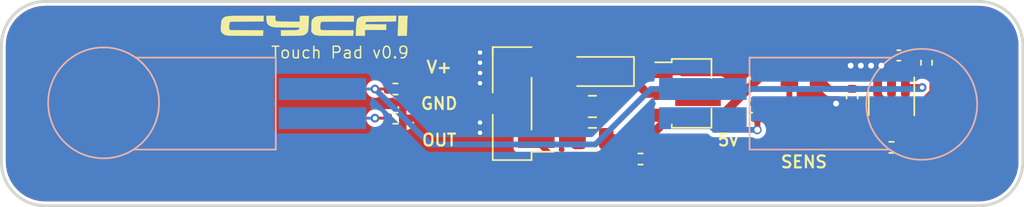
<source format=kicad_pcb>
(kicad_pcb (version 20211014) (generator pcbnew)
  (layers (0 "F.Cu" signal) (31 "B.Cu" signal) (34 "B.Paste" user) (35 "F.Paste" user) (36 "B.SilkS" user "B.Silkscreen") (37 "F.SilkS" user "F.Silkscreen") (38 "B.Mask" user) (39 "F.Mask" user) (44 "Edge.Cuts" user))
  (net 0 "")
  (net 1 "Net-(C1-Pad1)")
  (net 2 "GND")
  (net 3 "5v")
  (net 4 "V+")
  (net 5 "OUT")
  (net 6 "Net-(C3-Pad1)")
  (net 7 "Net-(R1-Pad1)")
  (net 8 "Net-(R2-Pad2)")
  (net 9 "Net-(R7-Pad1)")
  (net 10 "Net-(R9-Pad1)")
  (footprint "Resistor_SMD:R_0402_1005Metric" (layer "F.Cu") (at 187.4 99.2 -90)
    (fp_text reference "R5" hide)
    (fp_text value "100K")
    (fp_line (start -0.153641 0.38) (end 0.153641 0.38) (layer "F.SilkS") (width 0.12))
    (fp_line (start -0.153641 -0.38) (end 0.153641 -0.38) (layer "F.SilkS") (width 0.12))
    (pad "1" smd roundrect (at -0.51 0 270) (size 0.54 0.64) (layers "F.Cu" "F.Paste" "F.Mask") (net 6 "Net-(C3-Pad1)"))
    (pad "2" smd roundrect (at 0.51 0 270) (size 0.54 0.64) (layers "F.Cu" "F.Paste" "F.Mask") (net 3 "5v"))
  )
  (footprint "Resistor_SMD:R_0402_1005Metric" (layer "F.Cu") (at 151 101 180)
    (fp_text reference "R6" hide)
    (fp_text value "100K")
    (fp_line (start -0.153641 0.38) (end 0.153641 0.38) (layer "F.SilkS") (width 0.12))
    (fp_line (start -0.153641 -0.38) (end 0.153641 -0.38) (layer "F.SilkS") (width 0.12))
    (pad "1" smd roundrect (at -0.51 0 180) (size 0.54 0.64) (layers "F.Cu" "F.Paste" "F.Mask") (net 2 "GND"))
    (pad "2" smd roundrect (at 0.51 0 180) (size 0.54 0.64) (layers "F.Cu" "F.Paste" "F.Mask") (net 6 "Net-(C3-Pad1)"))
  )
  (footprint "cycfi_library:cycfi-logo-12mm" (layer "F.Cu") (at 145.4 96.7)
    (fp_text reference "G***" hide)
    (fp_text value "LOGO" hide)
    (fp_poly (pts (xy 2.458289 -0.717293) (xy 2.579643 -0.716703) (xy 2.669247 -0.715753) (xy 2.723241 -0.714444) (xy 2.738007 -0.713246) (xy 2.750615 -0.688425) (xy 2.756507 -0.625109) (xy 2.755822 -0.521694) (xy 2.755456 -0.510748) (xy 2.748662 -0.3175) (xy 1.642195 -0.3175) (xy 1.396808 -0.317428) (xy 1.190284 -0.317135) (xy 1.019152 -0.316507) (xy 0.879941 -0.315427) (xy 0.76918 -0.31378) (xy 0.6834 -0.311452) (xy 0.619129 -0.308326) (xy 0.572897 -0.304288) (xy 0.541233 -0.299223) (xy 0.520666 -0.293014) (xy 0.507727 -0.285548) (xy 0.501437 -0.279609) (xy 0.480977 -0.238706) (xy 0.465454 -0.164463) (xy 0.454005 -0.052619) (xy 0.453209 -0.041484) (xy 0.447454 0.053968) (xy 0.446959 0.117538) (xy 0.452902 0.15948) (xy 0.466464 0.190049) (xy 0.482335 0.211667) (xy 0.525398 0.264584) (xy 2.7305 0.2782) (xy 2.7305 0.368979) (xy 2.727317 0.450662) (xy 2.719428 0.539093) (xy 2.71704 0.557963) (xy 2.703579 0.656167) (xy 1.526415 0.654484) (xy 1.251761 0.653839) (xy 1.016478 0.652705) (xy 0.817604 0.651012) (xy 0.652178 0.648694) (xy 0.51724 0.645682) (xy 0.409827 0.64191) (xy 0.32698 0.637308) (xy 0.265738 0.63181) (xy 0.223138 0.625347) (xy 0.219468 0.624575) (xy 0.098793 0.592132) (xy 0.009362 0.551688) (xy -0.059866 0.497244) (xy -0.099447 0.451258) (xy -0.15875 0.373305) (xy -0.157507 0.012028) (xy -0.156612 -0.12237) (xy -0.15446 -0.221985) (xy -0.150256 -0.294363) (xy -0.143203 -0.347051) (xy -0.132506 -0.387597) (xy -0.11737 -0.423547) (xy -0.110077 -0.437982) (xy -0.03867 -0.537444) (xy 0.06206 -0.613809) (xy 0.1905 -0.668872) (xy 0.218662 -0.677053) (xy 0.251395 -0.684041) (xy 0.292246 -0.689957) (xy 0.344758 -0.694926) (xy 0.412477 -0.699069) (xy 0.498947 -0.70251) (xy 0.607713 -0.705372) (xy 0.74232 -0.707778) (xy 0.906311 -0.70985) (xy 1.103233 -0.711713) (xy 1.336629 -0.713487) (xy 1.510341 -0.714657) (xy 1.732554 -0.715943) (xy 1.942316 -0.716846) (xy 2.135765 -0.717368) (xy 2.309043 -0.717516) (xy 2.458289 -0.717293)) (layer "F.SilkS") (width 0.01) (fill solid))
    (fp_poly (pts (xy -3.433497 -0.523875) (xy -3.439583 -0.328083) (xy -4.574176 -0.322609) (xy -4.823285 -0.321327) (xy -5.03347 -0.320001) (xy -5.208141 -0.318508) (xy -5.350708 -0.316723) (xy -5.46458 -0.314524) (xy -5.553168 -0.311786) (xy -5.61988 -0.308387) (xy -5.668126 -0.304202) (xy -5.701317 -0.299108) (xy -5.722861 -0.292981) (xy -5.736168 -0.285698) (xy -5.742025 -0.280276) (xy -5.762828 -0.235783) (xy -5.778991 -0.152616) (xy -5.789938 -0.042333) (xy -5.796037 0.053263) (xy -5.79682 0.116947) (xy -5.791149 0.158934) (xy -5.777888 0.18944) (xy -5.761682 0.211667) (xy -5.718769 0.264584) (xy -4.58194 0.271367) (xy -3.445112 0.278151) (xy -3.45799 0.356034) (xy -3.465768 0.425199) (xy -3.470481 0.50958) (xy -3.4711 0.545042) (xy -3.471333 0.656167) (xy -4.651375 0.653692) (xy -4.874741 0.652897) (xy -5.088305 0.65151) (xy -5.287778 0.649601) (xy -5.46887 0.64724) (xy -5.62729 0.644496) (xy -5.758751 0.641441) (xy -5.858961 0.638144) (xy -5.92363 0.634675) (xy -5.943241 0.632599) (xy -6.091356 0.591407) (xy -6.211051 0.523044) (xy -6.299432 0.429729) (xy -6.352026 0.319085) (xy -6.360918 0.260719) (xy -6.364185 0.172024) (xy -6.362512 0.063127) (xy -6.356581 -0.055848) (xy -6.347076 -0.174775) (xy -6.334681 -0.283528) (xy -6.320079 -0.371982) (xy -6.303955 -0.430012) (xy -6.301019 -0.436303) (xy -6.233427 -0.528814) (xy -6.14091 -0.606798) (xy -6.074602 -0.64263) (xy -6.030154 -0.658778) (xy -5.977749 -0.672584) (xy -5.913992 -0.684218) (xy -5.835494 -0.693851) (xy -5.738861 -0.701656) (xy -5.620701 -0.707802) (xy -5.477623 -0.712462) (xy -5.306233 -0.715807) (xy -5.103142 -0.718008) (xy -4.864955 -0.719235) (xy -4.588281 -0.719661) (xy -4.548507 -0.719666) (xy -3.427411 -0.719666) (xy -3.433497 -0.523875)) (layer "F.SilkS") (width 0.01) (fill solid))
    (fp_poly (pts (xy 5.647022 -0.525349) (xy 5.640917 -0.328083) (xy 4.620668 -0.3175) (xy 4.373222 -0.314499) (xy 4.155546 -0.310966) (xy 3.969629 -0.306961) (xy 3.817462 -0.302545) (xy 3.701035 -0.297778) (xy 3.622339 -0.292722) (xy 3.583365 -0.287438) (xy 3.579647 -0.28575) (xy 3.562517 -0.250644) (xy 3.552145 -0.201083) (xy 3.545417 -0.137583) (xy 4.974167 -0.126437) (xy 4.974167 0.254) (xy 3.513667 0.254) (xy 3.513667 0.656167) (xy 2.884029 0.656167) (xy 2.893366 0.365125) (xy 2.901406 0.147314) (xy 2.910825 -0.032472) (xy 2.922507 -0.17854) (xy 2.937334 -0.295194) (xy 2.956186 -0.386742) (xy 2.979947 -0.457489) (xy 3.009498 -0.51174) (xy 3.045721 -0.553801) (xy 3.088463 -0.587291) (xy 3.126564 -0.612116) (xy 3.162878 -0.633239) (xy 3.201054 -0.650986) (xy 3.244737 -0.665683) (xy 3.297576 -0.677656) (xy 3.363218 -0.687231) (xy 3.445308 -0.694733) (xy 3.547496 -0.700487) (xy 3.673428 -0.70482) (xy 3.82675 -0.708057) (xy 4.011111 -0.710524) (xy 4.230158 -0.712546) (xy 4.487537 -0.714449) (xy 4.514606 -0.714639) (xy 5.653128 -0.722613) (xy 5.647022 -0.525349)) (layer "F.SilkS") (width 0.01) (fill solid))
    (fp_poly (pts (xy 6.427196 -0.555625) (xy 6.422937 -0.487314) (xy 6.418036 -0.385011) (xy 6.412818 -0.257049) (xy 6.40761 -0.111758) (xy 6.40274 0.042531) (xy 6.400214 0.132292) (xy 6.38617 0.656167) (xy 5.751894 0.656167) (xy 5.764853 0.407459) (xy 5.769694 0.305374) (xy 5.775268 0.172888) (xy 5.781114 0.021915) (xy 5.786769 -0.135631) (xy 5.791541 -0.280458) (xy 5.805271 -0.719666) (xy 6.440133 -0.719666) (xy 6.427196 -0.555625)) (layer "F.SilkS") (width 0.01) (fill solid))
    (fp_poly (pts (xy -2.624666 -0.564197) (xy -2.625263 -0.506358) (xy -2.624542 -0.458817) (xy -2.618735 -0.420537) (xy -2.604073 -0.390483) (xy -2.57679 -0.367618) (xy -2.533117 -0.350906) (xy -2.469286 -0.339312) (xy -2.381529 -0.331799) (xy -2.266079 -0.32733) (xy -2.119167 -0.324871) (xy -1.937025 -0.323385) (xy -1.744052 -0.322055) (xy -0.9525 -0.316027) (xy -0.9525 -0.719666) (xy -0.332129 -0.719666) (xy -0.347027 -0.248708) (xy -0.352474 -0.105526) (xy -0.359294 0.028892) (xy -0.366963 0.146846) (xy -0.374957 0.24064) (xy -0.382753 0.302574) (xy -0.385404 0.315567) (xy -0.431879 0.418739) (xy -0.512013 0.509534) (xy -0.617327 0.579636) (xy -0.681458 0.605888) (xy -0.717996 0.616114) (xy -0.762052 0.62449) (xy -0.818388 0.631272) (xy -0.891761 0.636716) (xy -0.986931 0.641081) (xy -1.108656 0.644623) (xy -1.261696 0.647598) (xy -1.450809 0.650264) (xy -1.518708 0.651082) (xy -2.243666 0.659555) (xy -2.243666 0.278655) (xy -1.654219 0.271619) (xy -1.469956 0.269181) (xy -1.323652 0.266196) (xy -1.210932 0.261828) (xy -1.127425 0.255241) (xy -1.068755 0.245599) (xy -1.030549 0.232065) (xy -1.008433 0.213805) (xy -0.998034 0.189981) (xy -0.994979 0.159759) (xy -0.994833 0.145575) (xy -0.994833 0.084667) (xy -1.772708 0.084013) (xy -2.015639 0.083284) (xy -2.220426 0.081341) (xy -2.391245 0.077887) (xy -2.532276 0.072621) (xy -2.647698 0.065248) (xy -2.741688 0.055469) (xy -2.818425 0.042985) (xy -2.882087 0.027499) (xy -2.936853 0.008712) (xy -2.959072 -0.000616) (xy -3.065769 -0.058164) (xy -3.143268 -0.126926) (xy -3.195253 -0.213675) (xy -3.22541 -0.325181) (xy -3.237424 -0.468217) (xy -3.238035 -0.513291) (xy -3.2385 -0.719666) (xy -2.624666 -0.719666) (xy -2.624666 -0.564197)) (layer "F.SilkS") (width 0.01) (fill solid))
  )
  (footprint "cycfi_library:TC33X-2" (layer "F.Cu") (at 179 102 180)
    (fp_text reference "RV1" hide)
    (fp_text value "TC33X-2-503E")
    (pad "1" smd rect (at -1 1.8 180) (size 1.2 1.2) (layers "F.Cu" "F.Paste" "F.Mask") (net 9 "Net-(R7-Pad1)"))
    (pad "2" smd rect (at 0 -1.45 180) (size 1.6 1.5) (layers "F.Cu" "F.Paste" "F.Mask") (net 10 "Net-(R9-Pad1)"))
    (pad "3" smd rect (at 1 1.8 180) (size 1.2 1.2) (layers "F.Cu" "F.Paste" "F.Mask") (net 10 "Net-(R9-Pad1)"))
  )
  (footprint "Connector_PinHeader_2.54mm:PinHeader_1x03_P2.54mm_Vertical_SMD_Pin1Left" (layer "F.Cu") (at 159 102 180)
    (fp_text reference "J1" hide)
    (fp_text value "I/O connector")
    (fp_line (start -1.33 -3.3) (end -2.85 -3.3) (layer "F.SilkS") (width 0.12))
    (fp_line (start 1.33 -3.87) (end 1.33 -0.76) (layer "F.SilkS") (width 0.12))
    (fp_line (start 1.33 3.3) (end 1.33 3.87) (layer "F.SilkS") (width 0.12))
    (fp_line (start -1.33 -1.78) (end -1.33 1.78) (layer "F.SilkS") (width 0.12))
    (fp_line (start -1.33 -3.87) (end -1.33 -3.3) (layer "F.SilkS") (width 0.12))
    (fp_line (start 1.33 0.76) (end 1.33 3.87) (layer "F.SilkS") (width 0.12))
    (fp_line (start -1.33 -3.87) (end 1.33 -3.87) (layer "F.SilkS") (width 0.12))
    (fp_line (start -1.33 3.87) (end 1.33 3.87) (layer "F.SilkS") (width 0.12))
    (pad "1" smd rect (at -1.655 -2.54 180) (size 2.51 1) (layers "F.Cu" "F.Paste" "F.Mask") (net 5 "OUT"))
    (pad "2" smd rect (at 1.655 0 180) (size 2.51 1) (layers "F.Cu" "F.Paste" "F.Mask") (net 2 "GND"))
    (pad "3" smd rect (at -1.655 2.54 180) (size 2.51 1) (layers "F.Cu" "F.Paste" "F.Mask") (net 4 "V+"))
  )
  (footprint "Resistor_SMD:R_0402_1005Metric" (layer "F.Cu") (at 167.8 105.8 180)
    (fp_text reference "R9" hide)
    (fp_text value "1K")
    (fp_line (start -0.153641 0.38) (end 0.153641 0.38) (layer "F.SilkS") (width 0.12))
    (fp_line (start -0.153641 -0.38) (end 0.153641 -0.38) (layer "F.SilkS") (width 0.12))
    (pad "1" smd roundrect (at -0.51 0 180) (size 0.54 0.64) (layers "F.Cu" "F.Paste" "F.Mask") (net 10 "Net-(R9-Pad1)"))
    (pad "2" smd roundrect (at 0.51 0 180) (size 0.54 0.64) (layers "F.Cu" "F.Paste" "F.Mask") (net 5 "OUT"))
  )
  (footprint "Package_TO_SOT_SMD:SOT-23-5" (layer "F.Cu") (at 185 102 -90)
    (fp_text reference "U2" hide)
    (fp_text value "TLV6001UIDBVR")
    (fp_line (start 0 1.56) (end -0.8 1.56) (layer "F.SilkS") (width 0.12))
    (fp_line (start 0 -1.56) (end -1.8 -1.56) (layer "F.SilkS") (width 0.12))
    (fp_line (start 0 -1.56) (end 0.8 -1.56) (layer "F.SilkS") (width 0.12))
    (fp_line (start 0 1.56) (end 0.8 1.56) (layer "F.SilkS") (width 0.12))
    (pad "1" smd roundrect (at -1.1375 -0.95 270) (size 1.325 0.6) (layers "F.Cu" "F.Paste" "F.Mask") (net 6 "Net-(C3-Pad1)"))
    (pad "2" smd roundrect (at -1.1375 0 270) (size 1.325 0.6) (layers "F.Cu" "F.Paste" "F.Mask") (net 2 "GND"))
    (pad "3" smd roundrect (at -1.1375 0.95 270) (size 1.325 0.6) (layers "F.Cu" "F.Paste" "F.Mask") (net 9 "Net-(R7-Pad1)"))
    (pad "4" smd roundrect (at 1.1375 0.95 270) (size 1.325 0.6) (layers "F.Cu" "F.Paste" "F.Mask") (net 10 "Net-(R9-Pad1)"))
    (pad "5" smd roundrect (at 1.1375 -0.95 270) (size 1.325 0.6) (layers "F.Cu" "F.Paste" "F.Mask") (net 3 "5v"))
  )
  (footprint "Resistor_SMD:R_0402_1005Metric" (layer "F.Cu") (at 151 103)
    (fp_text reference "R4" hide)
    (fp_text value "1K")
    (fp_line (start -0.153641 0.38) (end 0.153641 0.38) (layer "F.SilkS") (width 0.12))
    (fp_line (start -0.153641 -0.38) (end 0.153641 -0.38) (layer "F.SilkS") (width 0.12))
    (pad "1" smd roundrect (at -0.51 0) (size 0.54 0.64) (layers "F.Cu" "F.Paste" "F.Mask") (net 8 "Net-(R2-Pad2)"))
    (pad "2" smd roundrect (at 0.51 0) (size 0.54 0.64) (layers "F.Cu" "F.Paste" "F.Mask") (net 2 "GND"))
  )
  (footprint "Capacitor_SMD:C_0805_2012Metric" (layer "F.Cu") (at 164.5 102.2 180)
    (fp_text reference "C1" hide)
    (fp_text value "10uF")
    (fp_line (start -0.261252 -0.735) (end 0.261252 -0.735) (layer "F.SilkS") (width 0.12))
    (fp_line (start -0.261252 0.735) (end 0.261252 0.735) (layer "F.SilkS") (width 0.12))
    (pad "1" smd roundrect (at -0.95 0 180) (size 1 1.45) (layers "F.Cu" "F.Paste" "F.Mask") (net 1 "Net-(C1-Pad1)"))
    (pad "2" smd roundrect (at 0.95 0 180) (size 1 1.45) (layers "F.Cu" "F.Paste" "F.Mask") (net 2 "GND"))
  )
  (footprint "Diode_SMD:D_SOD-123" (layer "F.Cu") (at 165.1 99.8 180)
    (fp_text reference "D1" hide)
    (fp_text value "1N4148W")
    (fp_line (start -2.25 -1) (end 1.65 -1) (layer "F.SilkS") (width 0.12))
    (fp_line (start -2.25 1) (end 1.65 1) (layer "F.SilkS") (width 0.12))
    (fp_line (start -2.25 -1) (end -2.25 1) (layer "F.SilkS") (width 0.12))
    (pad "1" smd rect (at -1.65 0 180) (size 0.9 1.2) (layers "F.Cu" "F.Paste" "F.Mask") (net 1 "Net-(C1-Pad1)"))
    (pad "2" smd rect (at 1.65 0 180) (size 0.9 1.2) (layers "F.Cu" "F.Paste" "F.Mask") (net 4 "V+"))
  )
  (footprint "Package_TO_SOT_SMD:SOT-89-3" (layer "F.Cu") (at 171 101.3)
    (fp_text reference "U1" hide)
    (fp_text value "HT7550-1")
    (fp_line (start -2.2 -2.13) (end -1.06 -2.13) (layer "F.SilkS") (width 0.12))
    (fp_line (start 1.66 -2.36) (end 1.66 -1.05) (layer "F.SilkS") (width 0.12))
    (fp_line (start -1.06 -2.36) (end -1.06 -2.13) (layer "F.SilkS") (width 0.12))
    (fp_line (start 1.66 2.36) (end -1.06 2.36) (layer "F.SilkS") (width 0.12))
    (fp_line (start -1.06 2.36) (end -1.06 2.13) (layer "F.SilkS") (width 0.12))
    (fp_line (start -1.06 -2.36) (end 1.66 -2.36) (layer "F.SilkS") (width 0.12))
    (fp_line (start 1.66 1.05) (end 1.66 2.36) (layer "F.SilkS") (width 0.12))
    (pad "1" smd rect (at -1.65 -1.5) (size 1.3 0.9) (layers "F.Cu" "F.Paste" "F.Mask") (net 2 "GND"))
    (pad "2" smd custom (at -1.5625 0) (size 1.475 0.9) (layers "F.Cu" "F.Paste" "F.Mask") (net 1 "Net-(C1-Pad1)") (options (clearance outline) (anchor rect)) (primitives (gr_poly (pts (xy 3.8625 0.8665) (xy 0.7375 0.8665) (xy 0.7375 -0.8665) (xy 3.8625 -0.8665)) (width 0) (fill yes))))
    (pad "3" smd rect (at -1.65 1.5) (size 1.3 0.9) (layers "F.Cu" "F.Paste" "F.Mask") (net 3 "5v"))
  )
  (footprint "Resistor_SMD:R_0402_1005Metric" (layer "F.Cu") (at 185 105)
    (fp_text reference "R7" hide)
    (fp_text value "100K")
    (fp_line (start -0.153641 -0.38) (end 0.153641 -0.38) (layer "F.SilkS") (width 0.12))
    (fp_line (start -0.153641 0.38) (end 0.153641 0.38) (layer "F.SilkS") (width 0.12))
    (pad "1" smd roundrect (at -0.51 0) (size 0.54 0.64) (layers "F.Cu" "F.Paste" "F.Mask") (net 9 "Net-(R7-Pad1)"))
    (pad "2" smd roundrect (at 0.51 0) (size 0.54 0.64) (layers "F.Cu" "F.Paste" "F.Mask") (net 3 "5v"))
  )
  (footprint "Capacitor_SMD:C_0805_2012Metric" (layer "F.Cu") (at 164.5 104.4 180)
    (fp_text reference "C2" hide)
    (fp_text value "10uF")
    (fp_line (start -0.261252 -0.735) (end 0.261252 -0.735) (layer "F.SilkS") (width 0.12))
    (fp_line (start -0.261252 0.735) (end 0.261252 0.735) (layer "F.SilkS") (width 0.12))
    (pad "1" smd roundrect (at -0.95 0 180) (size 1 1.45) (layers "F.Cu" "F.Paste" "F.Mask") (net 3 "5v"))
    (pad "2" smd roundrect (at 0.95 0 180) (size 1 1.45) (layers "F.Cu" "F.Paste" "F.Mask") (net 2 "GND"))
  )
  (footprint "Capacitor_SMD:C_0402_1005Metric" (layer "F.Cu") (at 185.5 98.7 180)
    (fp_text reference "C3" hide)
    (fp_text value "100nF")
    (fp_line (start -0.107836 -0.36) (end 0.107836 -0.36) (layer "F.SilkS") (width 0.12))
    (fp_line (start -0.107836 0.36) (end 0.107836 0.36) (layer "F.SilkS") (width 0.12))
    (pad "1" smd roundrect (at -0.48 0 180) (size 0.56 0.62) (layers "F.Cu" "F.Paste" "F.Mask") (net 6 "Net-(C3-Pad1)"))
    (pad "2" smd roundrect (at 0.48 0 180) (size 0.56 0.62) (layers "F.Cu" "F.Paste" "F.Mask") (net 2 "GND"))
  )
  (footprint "Resistor_SMD:R_0402_1005Metric" (layer "F.Cu") (at 182.3 101.5 90)
    (fp_text reference "R8" hide)
    (fp_text value "100K")
    (fp_line (start -0.153641 -0.38) (end 0.153641 -0.38) (layer "F.SilkS") (width 0.12))
    (fp_line (start -0.153641 0.38) (end 0.153641 0.38) (layer "F.SilkS") (width 0.12))
    (pad "1" smd roundrect (at -0.51 0 90) (size 0.54 0.64) (layers "F.Cu" "F.Paste" "F.Mask") (net 2 "GND"))
    (pad "2" smd roundrect (at 0.51 0 90) (size 0.54 0.64) (layers "F.Cu" "F.Paste" "F.Mask") (net 9 "Net-(R7-Pad1)"))
  )
  (footprint "Resistor_SMD:R_0402_1005Metric" (layer "F.Cu") (at 175.3 103 180)
    (fp_text reference "R3" hide)
    (fp_text value "1K")
    (fp_line (start -0.153641 -0.38) (end 0.153641 -0.38) (layer "F.SilkS") (width 0.12))
    (fp_line (start -0.153641 0.38) (end 0.153641 0.38) (layer "F.SilkS") (width 0.12))
    (pad "1" smd roundrect (at -0.51 0 180) (size 0.54 0.64) (layers "F.Cu" "F.Paste" "F.Mask") (net 7 "Net-(R1-Pad1)"))
    (pad "2" smd roundrect (at 0.51 0 180) (size 0.54 0.64) (layers "F.Cu" "F.Paste" "F.Mask") (net 3 "5v"))
  )
  (footprint "cycfi_library:FSR-400" (layer "B.Cu") (at 143 102 -90)
    (fp_text reference "R2" hide)
    (fp_text value "FSR 400")
    (fp_line (start 3.15 0.2) (end 3.15 9.9) (layer "B.SilkS") (width 0.12))
    (fp_line (start -3.15 9.8) (end -3.15 0.2) (layer "B.SilkS") (width 0.12))
    (fp_line (start -3.15 0.2) (end 3.15 0.2) (layer "B.SilkS") (width 0.12))
    (fp_circle (center -0.05 12) (end 3.75 12) (layer "B.SilkS") (width 0.12) (fill none))
    (pad "1" smd rect (at -1 -3 270) (size 1.5 6) (layers "B.Cu" "B.Paste" "B.Mask") (net 6 "Net-(C3-Pad1)"))
    (pad "2" smd rect (at 1 -3 270) (size 1.5 6) (layers "B.Cu" "B.Paste" "B.Mask") (net 8 "Net-(R2-Pad2)"))
  )
  (footprint "cycfi_library:FSR-400" (layer "B.Cu") (at 175.07 102 90)
    (fp_text reference "R1" hide)
    (fp_text value "FSR 400")
    (fp_line (start -3.15 0.2) (end 3.15 0.2) (layer "B.SilkS") (width 0.12))
    (fp_line (start -3.15 9.8) (end -3.15 0.2) (layer "B.SilkS") (width 0.12))
    (fp_line (start 3.15 0.2) (end 3.15 9.9) (layer "B.SilkS") (width 0.12))
    (fp_circle (center -0.05 12) (end 3.75 12) (layer "B.SilkS") (width 0.12) (fill none))
    (pad "1" smd rect (at -1 -3 90) (size 1.5 6) (layers "B.Cu" "B.Paste" "B.Mask") (net 7 "Net-(R1-Pad1)"))
    (pad "2" smd rect (at 1 -3 90) (size 1.5 6) (layers "B.Cu" "B.Paste" "B.Mask") (net 6 "Net-(C3-Pad1)"))
  )
  (gr_arc (start 127 109) (mid 124.87868 108.12132) (end 124 106) (layer "Edge.Cuts") (width 0.2))
  (gr_arc (start 124 98) (mid 124.87868 95.87868) (end 127 95) (layer "Edge.Cuts") (width 0.2))
  (gr_line (start 127 95) (end 191 95) (layer "Edge.Cuts") (width 0.2))
  (gr_arc (start 194 106) (mid 193.12132 108.12132) (end 191 109) (layer "Edge.Cuts") (width 0.2))
  (gr_line (start 191 109) (end 127 109) (layer "Edge.Cuts") (width 0.2))
  (gr_line (start 194 98) (end 194 106) (layer "Edge.Cuts") (width 0.2))
  (gr_line (start 124 106) (end 124 98) (layer "Edge.Cuts") (width 0.2))
  (gr_arc (start 191 95) (mid 193.12132 95.87868) (end 194 98) (layer "Edge.Cuts") (width 0.2))
  (gr_text "SENS" (at 179 106) (layer "F.SilkS") (effects (font (size 0.8128 0.8128) (thickness 0.1524))))
  (gr_text "Touch Pad v0.9" (at 147.2 98.5) (layer "F.SilkS") (effects (font (size 0.8 0.8) (thickness 0.1))))
  (gr_text "5v" (at 173.8 104.5) (layer "F.SilkS") (effects (font (size 0.8128 0.8128) (thickness 0.1524))))
  (gr_text "GND" (at 154 102) (layer "F.SilkS") (effects (font (size 0.8128 0.8128) (thickness 0.1524))))
  (gr_text "V+" (at 154 99.5) (layer "F.SilkS") (effects (font (size 0.8128 0.8128) (thickness 0.1524))))
  (gr_text "OUT" (at 154 104.5) (layer "F.SilkS") (effects (font (size 0.8128 0.8128) (thickness 0.1524))))
  (segment (start 166.75 100.9) (end 165.45 102.2) (width 0.6) (layer "F.Cu") (net 1))
  (segment (start 168.25 101.3) (end 166.75 99.8) (width 0.6) (layer "F.Cu") (net 1))
  (segment (start 166.75 99.8) (end 166.75 100.9) (width 0.6) (layer "F.Cu") (net 1))
  (segment (start 169.4375 101.3) (end 168.25 101.3) (width 0.6) (layer "F.Cu") (net 1))
  (segment (start 157.345 102.755) (end 156.8 103.3) (width 0.6) (layer "F.Cu") (net 2))
  (segment (start 163.55 102.2) (end 163.35 102) (width 0.6) (layer "F.Cu") (net 2))
  (segment (start 157.345 102) (end 157.345 102.755) (width 0.6) (layer "F.Cu") (net 2))
  (segment (start 185 99.9) (end 185 98.72) (width 0.6) (layer "F.Cu") (net 2))
  (segment (start 157.345 101.145) (end 156.8 100.6) (width 0.6) (layer "F.Cu") (net 2))
  (segment (start 181.21 102.01) (end 181.2 102) (width 0.4) (layer "F.Cu") (net 2))
  (segment (start 185 100.8625) (end 185 99.9) (width 0.6) (layer "F.Cu") (net 2))
  (segment (start 163.35 102) (end 157.345 102) (width 0.6) (layer "F.Cu") (net 2))
  (segment (start 184.3 99.4) (end 184.8 99.9) (width 0.6) (layer "F.Cu") (net 2))
  (segment (start 157.345 102) (end 157.345 101.145) (width 0.6) (layer "F.Cu") (net 2))
  (segment (start 185 98.72) (end 185.02 98.7) (width 0.6) (layer "F.Cu") (net 2))
  (segment (start 182.3 102.01) (end 181.21 102.01) (width 0.4) (layer "F.Cu") (net 2))
  (segment (start 184.8 99.9) (end 185 99.9) (width 0.6) (layer "F.Cu") (net 2))
  (via (at 182.9 99.4) (size 0.6) (drill 0.4) (layers "F.Cu" "B.Cu") (net 2))
  (via (at 156.8 99.2) (size 0.6) (drill 0.3) (layers "F.Cu" "B.Cu") (net 2))
  (via (at 156.8 98.5) (size 0.6) (drill 0.3) (layers "F.Cu" "B.Cu") (net 2))
  (via (at 156.8 100.6) (size 0.6) (drill 0.3) (layers "F.Cu" "B.Cu") (net 2))
  (via (at 156.8 104) (size 0.6) (drill 0.3) (layers "F.Cu" "B.Cu") (net 2))
  (via (at 156.8 103.3) (size 0.6) (drill 0.3) (layers "F.Cu" "B.Cu") (net 2))
  (via (at 181.2 102) (size 0.6) (drill 0.4) (layers "F.Cu" "B.Cu") (net 2))
  (via (at 156.8 99.9) (size 0.6) (drill 0.3) (layers "F.Cu" "B.Cu") (net 2))
  (via (at 184.3 99.4) (size 0.6) (drill 0.4) (layers "F.Cu" "B.Cu") (net 2))
  (via (at 182.2 99.4) (size 0.6) (drill 0.4) (layers "F.Cu" "B.Cu") (net 2))
  (via (at 183.6 99.4) (size 0.6) (drill 0.4) (layers "F.Cu" "B.Cu") (net 2))
  (segment (start 173.573608 103) (end 173.373608 102.8) (width 0.4) (layer "F.Cu") (net 3))
  (segment (start 185.51 103.5775) (end 185.95 103.1375) (width 0.6) (layer "F.Cu") (net 3))
  (segment (start 185.51 105) (end 185.51 103.5775) (width 0.6) (layer "F.Cu") (net 3))
  (segment (start 185.993164 103.1375) (end 185.95 103.1375) (width 0.6) (layer "F.Cu") (net 3))
  (segment (start 169.35 102.8) (end 169.35 103.35) (width 0.6) (layer "F.Cu") (net 3))
  (segment (start 173.373608 102.8) (end 178.473608 97.7) (width 0.6) (layer "F.Cu") (net 3))
  (segment (start 187.8 97.7) (end 188.4 98.3) (width 0.6) (layer "F.Cu") (net 3))
  (segment (start 174.79 103) (end 173.573608 103) (width 0.4) (layer "F.Cu") (net 3))
  (segment (start 188.4 98.3) (end 188.4 99.1) (width 0.6) (layer "F.Cu") (net 3))
  (segment (start 178.473608 97.7) (end 187.8 97.7) (width 0.6) (layer "F.Cu") (net 3))
  (segment (start 187.4 99.8) (end 187.8995 100.2995) (width 0.6) (layer "F.Cu") (net 3))
  (segment (start 169.35 102.8) (end 173.373608 102.8) (width 0.6) (layer "F.Cu") (net 3))
  (segment (start 187.4 99.71) (end 187.4 99.8) (width 0.6) (layer "F.Cu") (net 3))
  (segment (start 187.8995 100.2995) (end 187.8995 101.231164) (width 0.6) (layer "F.Cu") (net 3))
  (segment (start 187.8995 101.231164) (end 185.993164 103.1375) (width 0.6) (layer "F.Cu") (net 3))
  (segment (start 188.4 99.1) (end 187.7 99.8) (width 0.6) (layer "F.Cu") (net 3))
  (segment (start 187.7 99.8) (end 187.4 99.8) (width 0.6) (layer "F.Cu") (net 3))
  (segment (start 169.35 103.35) (end 168.3 104.4) (width 0.6) (layer "F.Cu") (net 3))
  (segment (start 168.3 104.4) (end 165.45 104.4) (width 0.6) (layer "F.Cu") (net 3))
  (segment (start 160.655 99.46) (end 163.11 99.46) (width 0.6) (layer "F.Cu") (net 4))
  (segment (start 163.11 99.46) (end 163.45 99.8) (width 0.6) (layer "F.Cu") (net 4))
  (segment (start 161.915 105.8) (end 160.655 104.54) (width 0.4) (layer "F.Cu") (net 5))
  (segment (start 167.29 105.8) (end 161.915 105.8) (width 0.4) (layer "F.Cu") (net 5))
  (segment (start 187.4 98.69) (end 185.99 98.69) (width 0.4) (layer "F.Cu") (net 6))
  (segment (start 185.99 98.69) (end 185.98 98.7) (width 0.4) (layer "F.Cu") (net 6))
  (segment (start 185.95 98.73) (end 185.98 98.7) (width 0.4) (layer "F.Cu") (net 6))
  (segment (start 185.95 100.8625) (end 187.0625 100.8625) (width 0.4) (layer "F.Cu") (net 6))
  (segment (start 150.49 101) (end 149.6 101) (width 0.2) (layer "F.Cu") (net 6))
  (segment (start 185.95 100.8625) (end 185.95 98.73) (width 0.4) (layer "F.Cu") (net 6))
  (segment (start 187.0625 100.8625) (end 187.1 100.9) (width 0.4) (layer "F.Cu") (net 6))
  (via (at 187.1 100.9) (size 0.6) (drill 0.3) (layers "F.Cu" "B.Cu") (net 6))
  (via (at 149.6 101) (size 0.6) (drill 0.3) (layers "F.Cu" "B.Cu") (net 6))
  (segment (start 149.6 101) (end 153.4 104.8) (width 0.4) (layer "B.Cu") (net 6))
  (segment (start 187 101) (end 172.07 101) (width 0.4) (layer "B.Cu") (net 6))
  (segment (start 149.6 101) (end 146 101) (width 0.2) (layer "B.Cu") (net 6))
  (segment (start 187.1 100.9) (end 187 101) (width 0.4) (layer "B.Cu") (net 6))
  (segment (start 164.7 104.8) (end 168.5 101) (width 0.4) (layer "B.Cu") (net 6))
  (segment (start 153.4 104.8) (end 164.7 104.8) (width 0.4) (layer "B.Cu") (net 6))
  (segment (start 168.5 101) (end 172.07 101) (width 0.4) (layer "B.Cu") (net 6))
  (segment (start 175.81 103) (end 175.81 103.79) (width 0.4) (layer "F.Cu") (net 7))
  (segment (start 175.81 103.79) (end 175.8 103.8) (width 0.4) (layer "F.Cu") (net 7))
  (via (at 175.8 103.8) (size 0.6) (drill 0.4) (layers "F.Cu" "B.Cu") (net 7))
  (segment (start 172.87 103.8) (end 172.07 103) (width 0.4) (layer "B.Cu") (net 7))
  (segment (start 175.8 103.8) (end 172.87 103.8) (width 0.4) (layer "B.Cu") (net 7))
  (segment (start 150.49 103) (end 149.6 103) (width 0.2) (layer "F.Cu") (net 8))
  (via (at 149.6 103) (size 0.6) (drill 0.3) (layers "F.Cu" "B.Cu") (net 8))
  (segment (start 149.6 103) (end 146 103) (width 0.2) (layer "B.Cu") (net 8))
  (segment (start 182.3 100.99) (end 183.9225 100.99) (width 0.4) (layer "F.Cu") (net 9))
  (segment (start 184.75 102.052817) (end 184.05 101.352817) (width 0.4) (layer "F.Cu") (net 9))
  (segment (start 184.49 105) (end 184.75 104.74) (width 0.4) (layer "F.Cu") (net 9))
  (segment (start 180.79 100.99) (end 180 100.2) (width 0.4) (layer "F.Cu") (net 9))
  (segment (start 184.05 101.352817) (end 184.05 100.8625) (width 0.4) (layer "F.Cu") (net 9))
  (segment (start 184.75 104.74) (end 184.75 102.052817) (width 0.4) (layer "F.Cu") (net 9))
  (segment (start 182.3 100.99) (end 180.79 100.99) (width 0.4) (layer "F.Cu") (net 9))
  (segment (start 183.9225 100.99) (end 184.05 100.8625) (width 0.4) (layer "F.Cu") (net 9))
  (segment (start 179 103.45) (end 179 103.3) (width 0.4) (layer "F.Cu") (net 10))
  (segment (start 179 103.3) (end 178 102.3) (width 0.4) (layer "F.Cu") (net 10))
  (segment (start 176.65 105.8) (end 179 103.45) (width 0.4) (layer "F.Cu") (net 10))
  (segment (start 184.05 103.1375) (end 183.7375 103.45) (width 0.4) (layer "F.Cu") (net 10))
  (segment (start 183.7375 103.45) (end 179 103.45) (width 0.4) (layer "F.Cu") (net 10))
  (segment (start 168.31 105.8) (end 176.65 105.8) (width 0.4) (layer "F.Cu") (net 10))
  (segment (start 178 102.3) (end 178 100.2) (width 0.4) (layer "F.Cu") (net 10))
  (zone (net 2) (net_name "GND") (layers F&B.Cu) (connect_pads (clearance 0.3)) (min_thickness 0.254) (fill yes (thermal_gap 0.508) (thermal_bridge_width 0.508))
    (polygon (pts (xy 194 109) (xy 124 109) (xy 124 95) (xy 194 95)))
  )
)
</source>
